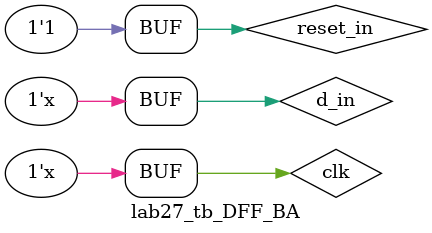
<source format=v>
`timescale 1ns / 1ps


module lab27_tb_DFF_BA( );

                    reg d_in;
                    reg clk;
                    reg reset_in;
                    wire q_out;



lab27_NBA_DFF dut(
                     .d_in(d_in),
                    .clk(clk),
                    .reset_in(reset_in),
                    .q_out(q_out)   
                    );
 
 initial begin
 d_in = 1'b0;
 clk = 1'b0;
 reset_in = 1'b1;
// #50 reset_in = 1'b1;
 //#10 reset_in = 1'b0;
 end
 always #7 d_in = ~d_in;
 always #10 clk = ~clk;
endmodule

</source>
